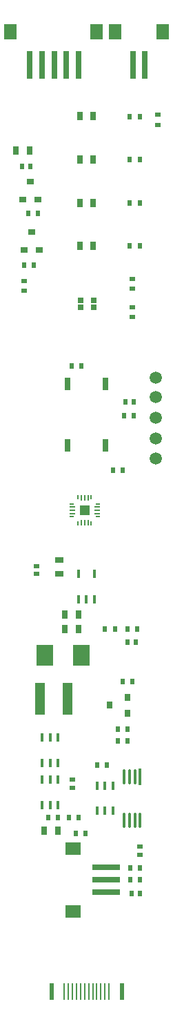
<source format=gtp>
%FSLAX25Y25*%
%MOIN*%
G70*
G01*
G75*
G04 Layer_Color=8421504*
%ADD10C,0.05906*%
%ADD11R,0.02362X0.02756*%
%ADD12R,0.02756X0.02362*%
%ADD13R,0.03150X0.03937*%
%ADD14R,0.03937X0.03150*%
%ADD15R,0.02559X0.02165*%
%ADD16R,0.02165X0.02559*%
%ADD17R,0.03543X0.03150*%
%ADD18R,0.03543X0.03150*%
%ADD19R,0.01575X0.03937*%
%ADD20O,0.01181X0.07874*%
%ADD21R,0.01181X0.07874*%
%ADD22R,0.02362X0.07874*%
%ADD23R,0.01063X0.07874*%
%ADD24R,0.05118X0.05118*%
%ADD25R,0.00787X0.02362*%
%ADD26R,0.00787X0.03150*%
%ADD27R,0.02362X0.00787*%
%ADD28R,0.03150X0.00787*%
%ADD29R,0.05118X0.15748*%
%ADD30R,0.03150X0.03543*%
%ADD31R,0.03150X0.03543*%
%ADD32R,0.06299X0.07480*%
%ADD33R,0.02756X0.13386*%
%ADD34R,0.02756X0.06102*%
%ADD35R,0.07874X0.10000*%
%ADD36R,0.07480X0.06299*%
%ADD37R,0.13386X0.02756*%
%ADD38R,0.03150X0.02559*%
%ADD39C,0.01575*%
%ADD40C,0.01000*%
%ADD41C,0.02362*%
%ADD42C,0.00787*%
%ADD43C,0.01181*%
%ADD44C,0.01969*%
%ADD45C,0.03150*%
%ADD46C,0.00500*%
%ADD47C,0.00591*%
%ADD48C,0.00394*%
%ADD49C,0.00600*%
%ADD50C,0.00197*%
%ADD51C,0.00709*%
%ADD52C,0.01200*%
D10*
X74810Y-204319D02*
D03*
Y-184520D02*
D03*
Y-214052D02*
D03*
Y-175140D02*
D03*
Y-194340D02*
D03*
D11*
X64320Y-193380D02*
D03*
X59595D02*
D03*
X61268Y-296460D02*
D03*
X65992D02*
D03*
X50358D02*
D03*
X55082D02*
D03*
X54298Y-219680D02*
D03*
X59022D02*
D03*
X38982Y-169340D02*
D03*
X34258D02*
D03*
X62348Y-48890D02*
D03*
X67072D02*
D03*
X62348Y-69699D02*
D03*
X67072D02*
D03*
X62348Y-90565D02*
D03*
X67072D02*
D03*
X62348Y-111431D02*
D03*
X67072D02*
D03*
X51362Y-362000D02*
D03*
X46638D02*
D03*
X56468Y-350356D02*
D03*
X61192D02*
D03*
X22728Y-387421D02*
D03*
X27452D02*
D03*
X56378Y-344666D02*
D03*
X61102D02*
D03*
X32968Y-387431D02*
D03*
X37692D02*
D03*
X41012Y-395201D02*
D03*
X36288D02*
D03*
X58958Y-321776D02*
D03*
X63682D02*
D03*
X67252Y-417360D02*
D03*
X62528D02*
D03*
X13228Y-95560D02*
D03*
X17952D02*
D03*
X15894Y-120672D02*
D03*
X11170D02*
D03*
X62588Y-411570D02*
D03*
X67312D02*
D03*
D12*
X75900Y-48218D02*
D03*
Y-52942D02*
D03*
X63550Y-145792D02*
D03*
Y-141068D02*
D03*
Y-127488D02*
D03*
Y-132212D02*
D03*
X11170Y-132982D02*
D03*
Y-128258D02*
D03*
D13*
X30874Y-289490D02*
D03*
X37567D02*
D03*
X27437Y-393631D02*
D03*
X20744D02*
D03*
X38137Y-111431D02*
D03*
X44436D02*
D03*
X38137Y-90565D02*
D03*
X44436D02*
D03*
X38137Y-69699D02*
D03*
X44436D02*
D03*
X38137Y-48833D02*
D03*
X44436D02*
D03*
X30913Y-296270D02*
D03*
X37606D02*
D03*
X7254Y-65310D02*
D03*
X13947D02*
D03*
D14*
X28150Y-263154D02*
D03*
Y-269847D02*
D03*
D15*
X34400Y-369044D02*
D03*
Y-372981D02*
D03*
X17330Y-265903D02*
D03*
Y-269840D02*
D03*
X67290Y-401473D02*
D03*
Y-405410D02*
D03*
D16*
X60283Y-186580D02*
D03*
X64220D02*
D03*
X65197Y-302680D02*
D03*
X61260D02*
D03*
X10133Y-73030D02*
D03*
X14070D02*
D03*
X67230Y-424130D02*
D03*
X63293D02*
D03*
D17*
X14252Y-80470D02*
D03*
X10512Y-89131D02*
D03*
X14910Y-104872D02*
D03*
X11170Y-113533D02*
D03*
D18*
X17992Y-89131D02*
D03*
X18650Y-113533D02*
D03*
D19*
X27480Y-348858D02*
D03*
X20000D02*
D03*
X23740D02*
D03*
Y-361063D02*
D03*
X20000D02*
D03*
X27480D02*
D03*
X54100Y-371938D02*
D03*
X46620D02*
D03*
X50360D02*
D03*
Y-384142D02*
D03*
X46620D02*
D03*
X54100D02*
D03*
X20000Y-381243D02*
D03*
X27480D02*
D03*
X23740D02*
D03*
Y-369038D02*
D03*
X27480D02*
D03*
X20000D02*
D03*
X37570Y-269828D02*
D03*
X45050D02*
D03*
X41310Y-282032D02*
D03*
X45050D02*
D03*
X37570D02*
D03*
D20*
X59663Y-388830D02*
D03*
X62222D02*
D03*
X64781D02*
D03*
X67340D02*
D03*
X59663Y-367570D02*
D03*
X62222D02*
D03*
X64781D02*
D03*
D21*
X67340D02*
D03*
D22*
X58438Y-471340D02*
D03*
X24422D02*
D03*
D23*
X52257D02*
D03*
X50288D02*
D03*
X48320D02*
D03*
X46351D02*
D03*
X44383D02*
D03*
X40446D02*
D03*
X38477D02*
D03*
X36509D02*
D03*
X34540D02*
D03*
X32572D02*
D03*
X30603D02*
D03*
X42414D02*
D03*
D24*
X40494Y-239053D02*
D03*
D25*
X43644Y-245352D02*
D03*
X37345D02*
D03*
Y-232754D02*
D03*
X43644D02*
D03*
D26*
X42069Y-244959D02*
D03*
X40494D02*
D03*
X38920D02*
D03*
Y-233148D02*
D03*
X40494D02*
D03*
X42069D02*
D03*
D27*
X34195Y-242203D02*
D03*
Y-235904D02*
D03*
X46794D02*
D03*
Y-242203D02*
D03*
D28*
X34589Y-240628D02*
D03*
Y-239053D02*
D03*
Y-237478D02*
D03*
X46400D02*
D03*
Y-239053D02*
D03*
Y-240628D02*
D03*
D29*
X18869Y-329973D02*
D03*
X32254D02*
D03*
D30*
X52530Y-333196D02*
D03*
X61191Y-336936D02*
D03*
D31*
Y-329455D02*
D03*
D32*
X78067Y-8120D02*
D03*
X55272D02*
D03*
X46183Y-8049D02*
D03*
X4687D02*
D03*
D33*
X69642Y-24098D02*
D03*
X63736D02*
D03*
X13978Y-24027D02*
D03*
X19884D02*
D03*
X25789D02*
D03*
X31695D02*
D03*
X37600D02*
D03*
D34*
X50394Y-177953D02*
D03*
Y-207677D02*
D03*
X32283Y-177953D02*
D03*
Y-207677D02*
D03*
D35*
X39040Y-308960D02*
D03*
X21324D02*
D03*
D36*
X34958Y-432693D02*
D03*
Y-402260D02*
D03*
D37*
X50935Y-411551D02*
D03*
Y-417457D02*
D03*
Y-423362D02*
D03*
D38*
X44859Y-137733D02*
D03*
X38560D02*
D03*
X44859Y-141080D02*
D03*
X38560D02*
D03*
M02*

</source>
